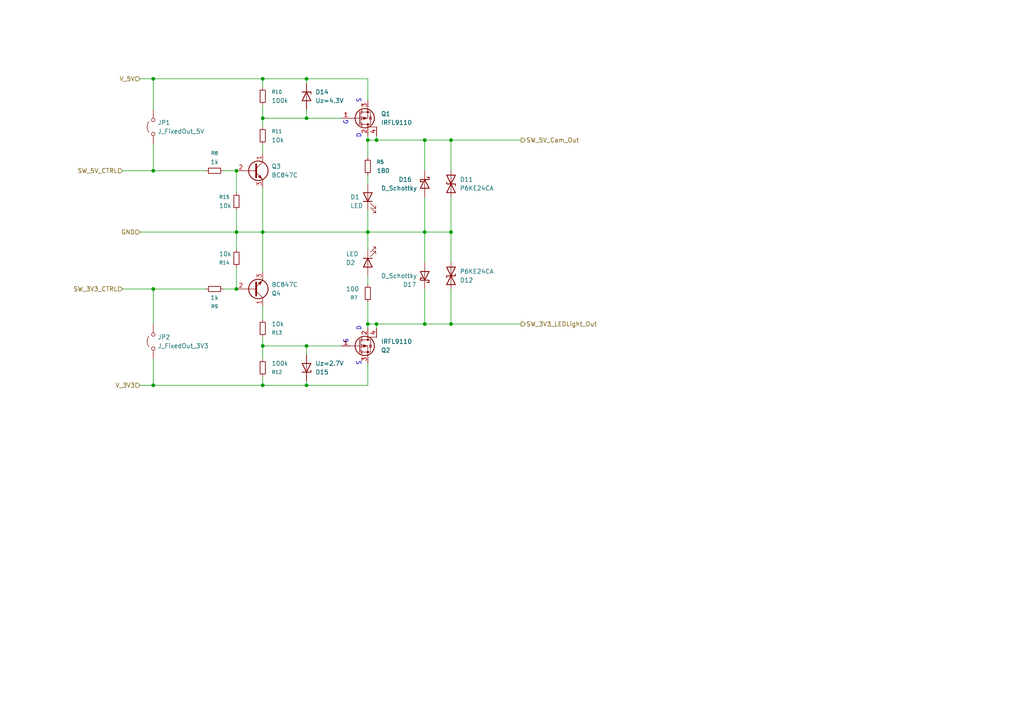
<source format=kicad_sch>
(kicad_sch (version 20250114) (generator "eeschema") (generator_version "9.0")
  (paper "A4")
  (lib_symbols
    (symbol "Device:D_Schottky" (pin_numbers (hide yes)) (pin_names (offset 1.016) (hide yes))
      (property "Reference" "D" (at 0 2.54 0))
      (property "Value" "D_Schottky" (at 0 -2.54 0))
      (symbol "D_Schottky_0_1"
        (polyline (pts (xy -1.905 0.635) (xy -1.905 1.27) (xy -1.27 1.27) (xy -1.27 -1.27) (xy -0.635 -1.27) (xy -0.635 -0.635)) (stroke (width 0.254)))
        (polyline (pts (xy 1.27 1.27) (xy 1.27 -1.27) (xy -1.27 0) (xy 1.27 1.27)) (stroke (width 0.254)))
        (polyline (pts (xy 1.27 0) (xy -1.27 0)))
      )
      (symbol "D_Schottky_1_1"
        (pin passive line (at -3.81 0 0) (length 2.54) (name "K") (number "1"))
        (pin passive line (at 3.81 0 180) (length 2.54) (name "A") (number "2"))
      )
    )
    (symbol "Device:D_Zener" (pin_numbers (hide yes)) (pin_names (offset 1.016) (hide yes))
      (property "Reference" "D" (at 0 2.54 0))
      (property "Value" "D_Zener" (at 0 -2.54 0))
      (symbol "D_Zener_0_1"
        (polyline (pts (xy -1.27 -1.27) (xy -1.27 1.27) (xy -0.762 1.27)) (stroke (width 0.254)))
        (polyline (pts (xy 1.27 0) (xy -1.27 0)))
        (polyline (pts (xy 1.27 -1.27) (xy 1.27 1.27) (xy -1.27 0) (xy 1.27 -1.27)) (stroke (width 0.254)))
      )
      (symbol "D_Zener_1_1"
        (pin passive line (at -3.81 0 0) (length 2.54) (name "K") (number "1"))
        (pin passive line (at 3.81 0 180) (length 2.54) (name "A") (number "2"))
      )
    )
    (symbol "Device:LED" (pin_numbers (hide yes)) (pin_names (offset 1.016) (hide yes))
      (property "Reference" "D" (at 0 2.54 0))
      (property "Value" "LED" (at 0 -2.54 0))
      (symbol "LED_0_1"
        (polyline (pts (xy -3.048 -0.762) (xy -4.572 -2.286) (xy -3.81 -2.286) (xy -4.572 -2.286) (xy -4.572 -1.524)))
        (polyline (pts (xy -1.778 -0.762) (xy -3.302 -2.286) (xy -2.54 -2.286) (xy -3.302 -2.286) (xy -3.302 -1.524)))
        (polyline (pts (xy -1.27 0) (xy 1.27 0)))
        (polyline (pts (xy -1.27 -1.27) (xy -1.27 1.27)) (stroke (width 0.254)))
        (polyline (pts (xy 1.27 -1.27) (xy 1.27 1.27) (xy -1.27 0) (xy 1.27 -1.27)) (stroke (width 0.254)))
      )
      (symbol "LED_1_1"
        (pin passive line (at -3.81 0 0) (length 2.54) (name "K") (number "1"))
        (pin passive line (at 3.81 0 180) (length 2.54) (name "A") (number "2"))
      )
    )
    (symbol "Device:R_Small" (pin_numbers (hide yes)) (pin_names (offset 0.254) (hide yes))
      (property "Reference" "R" (at 0 0 90))
      (property "Value" "R_Small" (at 1.778 0 90))
      (symbol "R_Small_0_1"
        (rectangle (start -0.762 1.778) (end 0.762 -1.778) (stroke (width 0.2032)))
      )
      (symbol "R_Small_1_1"
        (pin passive line (at 0 2.54 270) (length 0.762) (name "~") (number "1"))
        (pin passive line (at 0 -2.54 90) (length 0.762) (name "~") (number "2"))
      )
    )
    (symbol "Diode:5KPxxCA" (pin_numbers (hide yes)) (pin_names (offset 1.016) (hide yes))
      (property "Reference" "D" (at 0 2.54 0))
      (property "Value" "5KPxxCA" (at 0 -2.54 0))
      (symbol "5KPxxCA_0_1"
        (polyline (pts (xy -2.54 -1.27) (xy 0 0) (xy -2.54 1.27) (xy -2.54 -1.27)) (stroke (width 0.254)))
        (polyline (pts (xy 0.508 1.27) (xy 0 1.27) (xy 0 -1.27) (xy -0.508 -1.27)) (stroke (width 0.254)))
        (polyline (pts (xy 1.27 0) (xy -1.27 0)))
        (polyline (pts (xy 2.54 1.27) (xy 2.54 -1.27) (xy 0 0) (xy 2.54 1.27)) (stroke (width 0.254)))
      )
      (symbol "5KPxxCA_1_1"
        (pin passive line (at -3.81 0 0) (length 2.54) (name "A1") (number "1"))
        (pin passive line (at 3.81 0 180) (length 2.54) (name "A2") (number "2"))
      )
    )
    (symbol "Jumper:Jumper_2_Open" (pin_numbers (hide yes)) (pin_names (offset 0) (hide yes))
      (property "Reference" "JP" (at 0 2.794 0))
      (property "Value" "Jumper_2_Open" (at 0 -2.286 0))
      (symbol "Jumper_2_Open_0_0"
        (circle (center -2.032 0) (radius 0.508))
        (circle (center 2.032 0) (radius 0.508))
      )
      (symbol "Jumper_2_Open_0_1"
        (arc (start -1.524 1.27) (mid 0 1.778) (end 1.524 1.27))
      )
      (symbol "Jumper_2_Open_1_1"
        (pin passive line (at -5.08 0 0) (length 2.54) (name "A") (number "1"))
        (pin passive line (at 5.08 0 180) (length 2.54) (name "B") (number "2"))
      )
    )
    (symbol "Transistor_BJT:BC547" (pin_names (offset 0) (hide yes))
      (property "Reference" "Q" (at 5.08 1.905 0))
      (property "Value" "BC547" (at 5.08 0 0))
      (symbol "BC547_0_1"
        (polyline (pts (xy -2.54 0) (xy 0.635 0)))
        (polyline (pts (xy 0.635 1.905) (xy 0.635 -1.905)) (stroke (width 0.508)))
        (circle (center 1.27 0) (radius 2.8194) (stroke (width 0.254)))
      )
      (symbol "BC547_1_1"
        (polyline (pts (xy 0.635 0.635) (xy 2.54 2.54)))
        (polyline (pts (xy 0.635 -0.635) (xy 2.54 -2.54)))
        (polyline (pts (xy 1.27 -1.778) (xy 1.778 -1.27) (xy 2.286 -2.286) (xy 1.27 -1.778)) (fill (type outline)))
        (pin input line (at -5.08 0 0) (length 2.54) (name "B") (number "2"))
        (pin passive line (at 2.54 5.08 270) (length 2.54) (name "C") (number "1"))
        (pin passive line (at 2.54 -5.08 90) (length 2.54) (name "E") (number "3"))
      )
    )
    (symbol "Transistor_FET:Q_PMOS_GDSD" (pin_names (offset 0) (hide yes))
      (property "Reference" "Q" (at 5.08 1.905 0))
      (property "Value" "Q_PMOS_GDSD" (at 5.08 0 0))
      (symbol "Q_PMOS_GDSD_0_1"
        (polyline (pts (xy 0.254 1.905) (xy 0.254 -1.905)) (stroke (width 0.254)))
        (polyline (pts (xy 0.254 0) (xy -2.54 0)))
        (polyline (pts (xy 0.762 2.286) (xy 0.762 1.27)) (stroke (width 0.254)))
        (polyline (pts (xy 0.762 1.778) (xy 3.302 1.778) (xy 3.302 -1.778) (xy 0.762 -1.778)))
        (polyline (pts (xy 0.762 0.508) (xy 0.762 -0.508)) (stroke (width 0.254)))
        (polyline (pts (xy 0.762 -1.27) (xy 0.762 -2.286)) (stroke (width 0.254)))
        (circle (center 1.651 0) (radius 2.794) (stroke (width 0.254)))
        (polyline (pts (xy 2.286 0) (xy 1.27 0.381) (xy 1.27 -0.381) (xy 2.286 0)) (fill (type outline)))
        (circle (center 2.54 1.778) (radius 0.254) (fill (type outline)))
        (circle (center 2.54 -1.778) (radius 0.254) (fill (type outline)))
        (polyline (pts (xy 2.54 -2.54) (xy 2.54 0) (xy 0.762 0)))
        (polyline (pts (xy 2.921 -0.381) (xy 3.683 -0.381)))
        (polyline (pts (xy 3.302 -0.381) (xy 2.921 0.254) (xy 3.683 0.254) (xy 3.302 -0.381)))
        (polyline (pts (xy 5.08 2.54) (xy 2.54 2.54) (xy 2.54 1.778)))
      )
      (symbol "Q_PMOS_GDSD_1_1"
        (pin input line (at -5.08 0 0) (length 2.54) (name "G") (number "1"))
        (pin passive line (at 2.54 5.08 270) (length 2.54) (name "D") (number "2"))
        (pin passive line (at 2.54 -5.08 90) (length 2.54) (name "S") (number "3"))
        (pin passive line (at 5.08 5.08 270) (length 2.54) (name "D") (number "4"))
      )
    )
  )
  (text "G" (at 100.33 35.56 90) (effects (font (size 1.27 1.27))))
  (text "D" (at 104.14 95.25 90) (effects (font (size 1.27 1.27))))
  (text "S" (at 104.14 105.41 90) (effects (font (size 1.27 1.27))))
  (text "D" (at 104.14 39.37 90) (effects (font (size 1.27 1.27))))
  (text "G" (at 100.33 99.06 90) (effects (font (size 1.27 1.27))))
  (text "S" (at 104.14 29.21 90) (effects (font (size 1.27 1.27))))
  (junction (at 106.68 93.98))
  (junction (at 130.81 93.98))
  (junction (at 76.2 22.86))
  (junction (at 106.68 40.64))
  (junction (at 88.9 34.29))
  (junction (at 123.19 93.98))
  (junction (at 44.45 111.76))
  (junction (at 88.9 100.33))
  (junction (at 88.9 111.76))
  (junction (at 68.58 67.31))
  (junction (at 123.19 67.31))
  (junction (at 44.45 83.82))
  (junction (at 68.58 49.53))
  (junction (at 44.45 22.86))
  (junction (at 130.81 40.64))
  (junction (at 109.22 40.64))
  (junction (at 44.45 49.53))
  (junction (at 123.19 40.64))
  (junction (at 76.2 100.33))
  (junction (at 76.2 67.31))
  (junction (at 106.68 67.31))
  (junction (at 109.22 93.98))
  (junction (at 76.2 34.29))
  (junction (at 68.58 83.82))
  (junction (at 88.9 22.86))
  (junction (at 76.2 111.76))
  (junction (at 130.81 67.31))
  (wire (pts (xy 88.9 22.86) (xy 106.68 22.86)))
  (wire (pts (xy 44.45 104.14) (xy 44.45 111.76)))
  (wire (pts (xy 40.64 22.86) (xy 44.45 22.86)))
  (wire (pts (xy 106.68 60.96) (xy 106.68 67.31)))
  (wire (pts (xy 106.68 67.31) (xy 123.19 67.31)))
  (wire (pts (xy 88.9 102.87) (xy 88.9 100.33)))
  (wire (pts (xy 44.45 41.91) (xy 44.45 49.53)))
  (wire (pts (xy 123.19 93.98) (xy 123.19 83.82)))
  (wire (pts (xy 76.2 22.86) (xy 88.9 22.86)))
  (wire (pts (xy 106.68 53.34) (xy 106.68 50.8)))
  (wire (pts (xy 44.45 83.82) (xy 59.69 83.82)))
  (wire (pts (xy 76.2 67.31) (xy 106.68 67.31)))
  (wire (pts (xy 76.2 111.76) (xy 76.2 109.22)))
  (wire (pts (xy 130.81 40.64) (xy 151.13 40.64)))
  (wire (pts (xy 130.81 93.98) (xy 130.81 83.82)))
  (wire (pts (xy 35.56 49.53) (xy 44.45 49.53)))
  (wire (pts (xy 76.2 104.14) (xy 76.2 100.33)))
  (wire (pts (xy 123.19 40.64) (xy 123.19 49.53)))
  (wire (pts (xy 130.81 40.64) (xy 130.81 49.53)))
  (wire (pts (xy 123.19 67.31) (xy 130.81 67.31)))
  (wire (pts (xy 68.58 67.31) (xy 76.2 67.31)))
  (wire (pts (xy 106.68 40.64) (xy 109.22 40.64)))
  (wire (pts (xy 76.2 100.33) (xy 76.2 97.79)))
  (wire (pts (xy 106.68 80.01) (xy 106.68 82.55)))
  (wire (pts (xy 130.81 93.98) (xy 151.13 93.98)))
  (wire (pts (xy 88.9 24.13) (xy 88.9 22.86)))
  (wire (pts (xy 76.2 34.29) (xy 88.9 34.29)))
  (wire (pts (xy 76.2 54.61) (xy 76.2 67.31)))
  (wire (pts (xy 44.45 111.76) (xy 76.2 111.76)))
  (wire (pts (xy 76.2 30.48) (xy 76.2 34.29)))
  (wire (pts (xy 76.2 111.76) (xy 88.9 111.76)))
  (wire (pts (xy 76.2 67.31) (xy 76.2 78.74)))
  (wire (pts (xy 76.2 41.91) (xy 76.2 44.45)))
  (wire (pts (xy 106.68 67.31) (xy 106.68 72.39)))
  (wire (pts (xy 123.19 67.31) (xy 123.19 76.2)))
  (wire (pts (xy 64.77 83.82) (xy 68.58 83.82)))
  (wire (pts (xy 64.77 49.53) (xy 68.58 49.53)))
  (wire (pts (xy 88.9 31.75) (xy 88.9 34.29)))
  (wire (pts (xy 106.68 95.25) (xy 106.68 93.98)))
  (wire (pts (xy 76.2 92.71) (xy 76.2 88.9)))
  (wire (pts (xy 44.45 83.82) (xy 44.45 93.98)))
  (wire (pts (xy 123.19 40.64) (xy 130.81 40.64)))
  (wire (pts (xy 40.64 111.76) (xy 44.45 111.76)))
  (wire (pts (xy 68.58 60.96) (xy 68.58 67.31)))
  (wire (pts (xy 106.68 93.98) (xy 106.68 87.63)))
  (wire (pts (xy 109.22 93.98) (xy 106.68 93.98)))
  (wire (pts (xy 76.2 34.29) (xy 76.2 36.83)))
  (wire (pts (xy 88.9 100.33) (xy 99.06 100.33)))
  (wire (pts (xy 68.58 67.31) (xy 68.58 72.39)))
  (wire (pts (xy 44.45 22.86) (xy 44.45 31.75)))
  (wire (pts (xy 68.58 83.82) (xy 68.58 77.47)))
  (wire (pts (xy 88.9 34.29) (xy 99.06 34.29)))
  (wire (pts (xy 44.45 22.86) (xy 76.2 22.86)))
  (wire (pts (xy 109.22 39.37) (xy 109.22 40.64)))
  (wire (pts (xy 40.64 67.31) (xy 68.58 67.31)))
  (wire (pts (xy 76.2 22.86) (xy 76.2 25.4)))
  (wire (pts (xy 106.68 111.76) (xy 106.68 105.41)))
  (wire (pts (xy 130.81 57.15) (xy 130.81 67.31)))
  (wire (pts (xy 68.58 49.53) (xy 68.58 55.88)))
  (wire (pts (xy 44.45 49.53) (xy 59.69 49.53)))
  (wire (pts (xy 106.68 40.64) (xy 106.68 45.72)))
  (wire (pts (xy 109.22 95.25) (xy 109.22 93.98)))
  (wire (pts (xy 106.68 22.86) (xy 106.68 29.21)))
  (wire (pts (xy 76.2 100.33) (xy 88.9 100.33)))
  (wire (pts (xy 123.19 57.15) (xy 123.19 67.31)))
  (wire (pts (xy 88.9 110.49) (xy 88.9 111.76)))
  (wire (pts (xy 109.22 40.64) (xy 123.19 40.64)))
  (wire (pts (xy 130.81 67.31) (xy 130.81 76.2)))
  (wire (pts (xy 109.22 93.98) (xy 123.19 93.98)))
  (wire (pts (xy 106.68 39.37) (xy 106.68 40.64)))
  (wire (pts (xy 35.56 83.82) (xy 44.45 83.82)))
  (wire (pts (xy 123.19 93.98) (xy 130.81 93.98)))
  (wire (pts (xy 88.9 111.76) (xy 106.68 111.76)))
  (hierarchical_label "SW_3V3_LEDLight_Out" (shape output) (at 151.13 93.98 0))
  (hierarchical_label "SW_5V_CTRL" (shape input) (at 35.56 49.53 180))
  (hierarchical_label "V_3V3" (shape input) (at 40.64 111.76 180))
  (hierarchical_label "GND" (shape input) (at 40.64 67.31 180))
  (hierarchical_label "SW_5V_Cam_Out" (shape output) (at 151.13 40.64 0))
  (hierarchical_label "V_5V" (shape input) (at 40.64 22.86 180))
  (hierarchical_label "SW_3V3_CTRL" (shape input) (at 35.56 83.82 180))
  (symbol (lib_id "Device:R_Small") (at 76.2 27.94 0) (unit 1)
    (property "Reference" "R10" (at 78.74 26.6699 0) (effects (font (size 1.016 1.016)) (justify left)))
    (property "Value" "100k" (at 78.74 29.2099 0) (effects (justify left)))
    (property "Footprint" "Resistor_SMD:R_1206_3216Metric_Pad1.30x1.75mm_HandSolder" (effects (hide yes)))
    (property "Description" "Resistor, small symbol" (effects (hide yes)))
  )
  (symbol (lib_id "Device:R_Small") (at 106.68 48.26 0) (unit 1)
    (property "Reference" "R5" (at 109.22 46.9899 0) (effects (font (size 1.016 1.016)) (justify left)))
    (property "Value" "180" (at 109.22 49.5299 0) (effects (justify left)))
    (property "Footprint" "Resistor_SMD:R_1206_3216Metric_Pad1.30x1.75mm_HandSolder" (effects (hide yes)))
    (property "Description" "Resistor, small symbol" (effects (hide yes)))
  )
  (symbol (lib_id "Transistor_BJT:BC547") (at 73.66 83.82 0) (mirror x) (unit 1)
    (property "Reference" "Q4" (at 78.74 85.0901 0) (effects (justify left)))
    (property "Value" "BC847C" (at 78.74 82.5501 0) (effects (justify left)))
    (property "Footprint" "Package_TO_SOT_SMD:SOT-23" (effects (hide yes)))
    (property "Datasheet" "https://www.onsemi.com/pub/Collateral/BC550-D.pdf" (effects (hide yes)))
    (property "Description" "0.1A Ic, 45V Vce, Small Signal NPN Transistor, TO-92" (effects (hide yes)))
  )
  (symbol (lib_id "Device:D_Zener") (at 88.9 106.68 270) (mirror x) (unit 1)
    (property "Reference" "D15" (at 91.44 107.9501 90) (effects (justify left)))
    (property "Value" "Uz=2.7V" (at 91.44 105.4101 90) (effects (justify left)))
    (property "Footprint" "Diode_SMD:D_MiniMELF_Handsoldering" (effects (hide yes)))
    (property "Description" "Zener diode" (effects (hide yes)))
  )
  (symbol (lib_id "Device:D_Zener") (at 88.9 27.94 270) (unit 1)
    (property "Reference" "D14" (at 91.44 26.6699 90) (effects (justify left)))
    (property "Value" "Uz=4.3V" (at 91.44 29.2099 90) (effects (justify left)))
    (property "Footprint" "Diode_SMD:D_MiniMELF_Handsoldering" (effects (hide yes)))
    (property "Description" "Zener diode" (effects (hide yes)))
  )
  (symbol (lib_id "Diode:5KPxxCA") (at 130.81 80.01 90) (mirror x) (unit 1)
    (property "Reference" "D12" (at 133.35 81.2801 90) (effects (justify right)))
    (property "Value" "P6KE24CA" (at 133.35 78.7401 90) (effects (justify right)))
    (property "Footprint" "Diode_SMD:D_SMB_Handsoldering" (effects (hide yes)))
  )
  (symbol (lib_id "Transistor_BJT:BC547") (at 73.66 49.53 0) (unit 1)
    (property "Reference" "Q3" (at 78.74 48.2599 0) (effects (justify left)))
    (property "Value" "BC847C" (at 78.74 50.7999 0) (effects (justify left)))
    (property "Footprint" "Package_TO_SOT_SMD:SOT-23" (effects (hide yes)))
    (property "Datasheet" "https://www.onsemi.com/pub/Collateral/BC550-D.pdf" (effects (hide yes)))
    (property "Description" "0.1A Ic, 45V Vce, Small Signal NPN Transistor, TO-92" (effects (hide yes)))
  )
  (symbol (lib_id "Device:R_Small") (at 62.23 49.53 90) (unit 1)
    (property "Reference" "R8" (at 62.23 44.45 90) (effects (font (size 1.016 1.016))))
    (property "Value" "1k" (at 62.23 46.99 90))
    (property "Footprint" "Resistor_SMD:R_1206_3216Metric_Pad1.30x1.75mm_HandSolder" (effects (hide yes)))
    (property "Description" "Resistor, small symbol" (effects (hide yes)))
  )
  (symbol (lib_id "Device:LED") (at 106.68 76.2 90) (mirror x) (unit 1)
    (property "Reference" "D2" (at 100.33 76.2 90) (effects (justify right)))
    (property "Value" "LED" (at 100.33 73.66 90) (effects (justify right)))
    (property "Footprint" "LED_SMD:LED_1206_3216Metric_Pad1.42x1.75mm_HandSolder" (effects (hide yes)))
    (property "Description" "Light emitting diode" (effects (hide yes)))
    (property "Sim.Pins" "1=K 2=A" (effects (hide yes)))
  )
  (symbol (lib_id "Diode:5KPxxCA") (at 130.81 53.34 90) (unit 1)
    (property "Reference" "D11" (at 133.35 52.0699 90) (effects (justify right)))
    (property "Value" "P6KE24CA" (at 133.35 54.6099 90) (effects (justify right)))
    (property "Footprint" "Diode_SMD:D_SMB_Handsoldering" (effects (hide yes)))
  )
  (symbol (lib_id "Device:R_Small") (at 106.68 85.09 0) (mirror x) (unit 1)
    (property "Reference" "R7" (at 101.6 86.36 0) (effects (font (size 1.016 1.016)) (justify left)))
    (property "Value" "100" (at 100.33 83.82 0) (effects (justify left)))
    (property "Footprint" "Resistor_SMD:R_1206_3216Metric_Pad1.30x1.75mm_HandSolder" (effects (hide yes)))
    (property "Description" "Resistor, small symbol" (effects (hide yes)))
  )
  (symbol (lib_id "Device:R_Small") (at 76.2 39.37 0) (unit 1)
    (property "Reference" "R11" (at 78.74 38.0999 0) (effects (font (size 1.016 1.016)) (justify left)))
    (property "Value" "10k" (at 78.74 40.6399 0) (effects (justify left)))
    (property "Footprint" "Resistor_SMD:R_1206_3216Metric_Pad1.30x1.75mm_HandSolder" (effects (hide yes)))
    (property "Description" "Resistor, small symbol" (effects (hide yes)))
  )
  (symbol (lib_id "Device:D_Schottky") (at 123.19 80.01 270) (mirror x) (unit 1)
    (property "Reference" "D17" (at 116.84 82.55 90) (effects (justify left)))
    (property "Value" "D_Schottky" (at 110.49 80.01 90) (effects (justify left)))
    (property "Description" "Schottky diode" (effects (hide yes)))
  )
  (symbol (lib_id "Device:R_Small") (at 62.23 83.82 90) (mirror x) (unit 1)
    (property "Reference" "R9" (at 62.23 88.9 90) (effects (font (size 1.016 1.016))))
    (property "Value" "1k" (at 62.23 86.36 90))
    (property "Footprint" "Resistor_SMD:R_1206_3216Metric_Pad1.30x1.75mm_HandSolder" (effects (hide yes)))
    (property "Description" "Resistor, small symbol" (effects (hide yes)))
  )
  (symbol (lib_id "Device:LED") (at 106.68 57.15 90) (unit 1)
    (property "Reference" "D1" (at 101.6 57.15 90) (effects (justify right)))
    (property "Value" "LED" (at 101.6 59.69 90) (effects (justify right)))
    (property "Footprint" "LED_SMD:LED_1206_3216Metric_Pad1.42x1.75mm_HandSolder" (effects (hide yes)))
    (property "Description" "Light emitting diode" (effects (hide yes)))
    (property "Sim.Pins" "1=K 2=A" (effects (hide yes)))
  )
  (symbol (lib_id "Jumper:Jumper_2_Open") (at 44.45 99.06 90) (unit 1)
    (property "Reference" "JP2" (at 45.72 97.7899 90) (effects (justify right)))
    (property "Value" "J_FixedOut_3V3" (at 45.72 100.3299 90) (effects (justify right)))
    (property "Footprint" "TestPoint:TestPoint_2Pads_Pitch2.54mm_Drill0.8mm" (effects (hide yes)))
    (property "Description" "Jumper, 2-pole, open" (effects (hide yes)))
  )
  (symbol (lib_id "Device:D_Schottky") (at 123.19 53.34 270) (unit 1)
    (property "Reference" "D16" (at 115.57 52.07 90) (effects (justify left)))
    (property "Value" "D_Schottky" (at 110.49 54.61 90) (effects (justify left)))
    (property "Description" "Schottky diode" (effects (hide yes)))
  )
  (symbol (lib_id "Device:R_Small") (at 76.2 106.68 0) (mirror x) (unit 1)
    (property "Reference" "R12" (at 78.74 107.9501 0) (effects (font (size 1.016 1.016)) (justify left)))
    (property "Value" "100k" (at 78.74 105.4101 0) (effects (justify left)))
    (property "Footprint" "Resistor_SMD:R_1206_3216Metric_Pad1.30x1.75mm_HandSolder" (effects (hide yes)))
    (property "Description" "Resistor, small symbol" (effects (hide yes)))
  )
  (symbol (lib_id "Transistor_FET:Q_PMOS_GDSD") (at 104.14 34.29 0) (mirror x) (unit 1)
    (property "Reference" "Q1" (at 110.49 33.0199 0) (effects (justify left)))
    (property "Value" "IRFL9110" (at 110.49 35.5599 0) (effects (justify left)))
    (property "Footprint" "Package_TO_SOT_SMD:SOT-223-3_TabPin2" (effects (hide yes)))
    (property "Description" "P-MOSFET transistor, gate/drain/source, drain connected to mounting plane" (effects (hide yes)))
  )
  (symbol (lib_id "Device:R_Small") (at 68.58 74.93 0) (mirror y) (unit 1)
    (property "Reference" "R14" (at 63.5 76.2 0) (effects (font (size 1.016 1.016)) (justify right)))
    (property "Value" "10k" (at 63.5 73.66 0) (effects (justify right)))
    (property "Footprint" "Resistor_SMD:R_1206_3216Metric_Pad1.30x1.75mm_HandSolder" (effects (hide yes)))
    (property "Description" "Resistor, small symbol" (effects (hide yes)))
  )
  (symbol (lib_id "Jumper:Jumper_2_Open") (at 44.45 36.83 90) (unit 1)
    (property "Reference" "JP1" (at 45.72 35.5599 90) (effects (justify right)))
    (property "Value" "J_FixedOut_5V" (at 45.72 38.0999 90) (effects (justify right)))
    (property "Footprint" "TestPoint:TestPoint_2Pads_Pitch2.54mm_Drill0.8mm" (effects (hide yes)))
    (property "Description" "Jumper, 2-pole, open" (effects (hide yes)))
  )
  (symbol (lib_id "Transistor_FET:Q_PMOS_GDSD") (at 104.14 100.33 0) (unit 1)
    (property "Reference" "Q2" (at 110.49 101.6001 0) (effects (justify left)))
    (property "Value" "IRFL9110" (at 110.49 99.0601 0) (effects (justify left)))
    (property "Footprint" "Package_TO_SOT_SMD:SOT-223-3_TabPin2" (effects (hide yes)))
    (property "Description" "P-MOSFET transistor, gate/drain/source, drain connected to mounting plane" (effects (hide yes)))
  )
  (symbol (lib_id "Device:R_Small") (at 76.2 95.25 0) (mirror x) (unit 1)
    (property "Reference" "R13" (at 78.74 96.5201 0) (effects (font (size 1.016 1.016)) (justify left)))
    (property "Value" "10k" (at 78.74 93.9801 0) (effects (justify left)))
    (property "Footprint" "Resistor_SMD:R_1206_3216Metric_Pad1.30x1.75mm_HandSolder" (effects (hide yes)))
    (property "Description" "Resistor, small symbol" (effects (hide yes)))
  )
  (symbol (lib_id "Device:R_Small") (at 68.58 58.42 180) (unit 1)
    (property "Reference" "R15" (at 63.5 57.15 0) (effects (font (size 1.016 1.016)) (justify right)))
    (property "Value" "10k" (at 63.5 59.69 0) (effects (justify right)))
    (property "Footprint" "Resistor_SMD:R_1206_3216Metric_Pad1.30x1.75mm_HandSolder" (effects (hide yes)))
    (property "Description" "Resistor, small symbol" (effects (hide yes)))
  )
)
</source>
